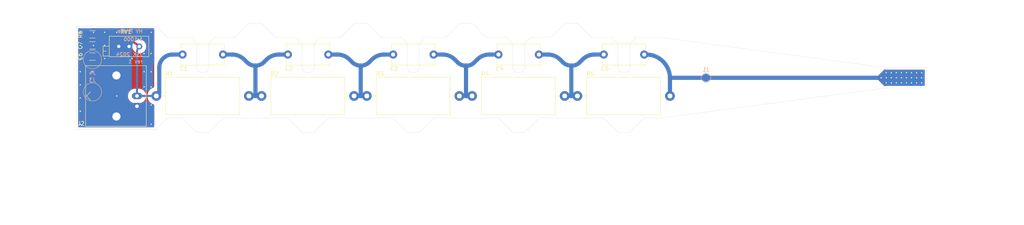
<source format=kicad_pcb>
(kicad_pcb (version 20240108) (generator "pcbnew") (generator_version "8.0")
  (title_block (title "HV probe PCB") (date "2024-11-20") (rev "2") (company "JSK"))
  (layers (0 "F.Cu" signal) (31 "B.Cu" signal) (34 "B.Paste" user) (35 "F.Paste" user) (36 "B.SilkS" user "B.Silkscreen") (37 "F.SilkS" user "F.Silkscreen") (38 "B.Mask" user) (39 "F.Mask" user) (44 "Edge.Cuts" user))
  (net 0 "")
  (net 1 "Net-(J2-In)")
  (net 2 "Net-(C1-Pad2)")
  (net 3 "Net-(C2-Pad2)")
  (net 4 "Net-(C3-Pad2)")
  (net 5 "Net-(C4-Pad2)")
  (net 6 "Net-(J1-Pin_1)")
  (net 7 "GND")
  (footprint "Resistor_THT:R_Axial_DIN0918_L18.0mm_D9.0mm_P22.86mm_Horizontal" (layer "F.Cu") (at 78.25 38)
    (property "Reference" "R2" (at 3.225 -5.5 0) (layer "F.SilkS"))
    (property "Value" "10M")
    (fp_line (start 1.44 0) (end 2.31 0) (stroke (width 0.12)) (layer "F.SilkS"))
    (fp_line (start 2.31 -4.62) (end 2.31 4.62) (stroke (width 0.12)) (layer "F.SilkS"))
    (fp_line (start 2.31 4.62) (end 20.55 4.62) (stroke (width 0.12)) (layer "F.SilkS"))
    (fp_line (start 20.55 -4.62) (end 2.31 -4.62) (stroke (width 0.12)) (layer "F.SilkS"))
    (fp_line (start 20.55 4.62) (end 20.55 -4.62) (stroke (width 0.12)) (layer "F.SilkS"))
    (fp_line (start 21.42 0) (end 20.55 0) (stroke (width 0.12)) (layer "F.SilkS"))
    (pad "1" thru_hole circle (at 0 0) (size 2.4 2.4) (drill 1.2) (layers "*.Cu" "*.Mask") (net 2 "Net-(C1-Pad2)"))
    (pad "2" thru_hole oval (at 22.86 0) (size 2.4 2.4) (drill 1.2) (layers "*.Cu" "*.Mask") (net 3 "Net-(C2-Pad2)"))
  )
  (footprint "Capacitor_THT:C_Disc_D10.5mm_W5.0mm_P10.00mm" (layer "F.Cu") (at 136.75 27.75)
    (property "Reference" "C4" (at 0.275 3.5 0) (layer "F.SilkS"))
    (property "Value" "22p")
    (fp_line (start -0.37 -2.62) (end -0.37 -1.256) (stroke (width 0.12)) (layer "F.SilkS"))
    (fp_line (start -0.37 -2.62) (end 10.37 -2.62) (stroke (width 0.12)) (layer "F.SilkS"))
    (fp_line (start -0.37 1.256) (end -0.37 2.62) (stroke (width 0.12)) (layer "F.SilkS"))
    (fp_line (start -0.37 2.62) (end 10.37 2.62) (stroke (width 0.12)) (layer "F.SilkS"))
    (fp_line (start 10.37 -2.62) (end 10.37 -1.256) (stroke (width 0.12)) (layer "F.SilkS"))
    (fp_line (start 10.37 1.256) (end 10.37 2.62) (stroke (width 0.12)) (layer "F.SilkS"))
    (pad "1" thru_hole circle (at 0 0) (size 2 2) (drill 1) (layers "*.Cu" "*.Mask") (net 4 "Net-(C3-Pad2)"))
    (pad "2" thru_hole circle (at 10 0) (size 2 2) (drill 1) (layers "*.Cu" "*.Mask") (net 5 "Net-(C4-Pad2)"))
  )
  (footprint "Resistor_THT:R_Axial_DIN0918_L18.0mm_D9.0mm_P22.86mm_Horizontal" (layer "F.Cu") (at 156.25 38)
    (property "Reference" "R5" (at 3.225 -5.5 0) (layer "F.SilkS"))
    (property "Value" "10M")
    (fp_line (start 1.44 0) (end 2.31 0) (stroke (width 0.12)) (layer "F.SilkS"))
    (fp_line (start 2.31 -4.62) (end 2.31 4.62) (stroke (width 0.12)) (layer "F.SilkS"))
    (fp_line (start 2.31 4.62) (end 20.55 4.62) (stroke (width 0.12)) (layer "F.SilkS"))
    (fp_line (start 20.55 -4.62) (end 2.31 -4.62) (stroke (width 0.12)) (layer "F.SilkS"))
    (fp_line (start 20.55 4.62) (end 20.55 -4.62) (stroke (width 0.12)) (layer "F.SilkS"))
    (fp_line (start 21.42 0) (end 20.55 0) (stroke (width 0.12)) (layer "F.SilkS"))
    (pad "1" thru_hole circle (at 0 0) (size 2.4 2.4) (drill 1.2) (layers "*.Cu" "*.Mask") (net 5 "Net-(C4-Pad2)"))
    (pad "2" thru_hole oval (at 22.86 0) (size 2.4 2.4) (drill 1.2) (layers "*.Cu" "*.Mask") (net 6 "Net-(J1-Pin_1)"))
  )
  (footprint "Capacitor_THT:C_Disc_D10.5mm_W5.0mm_P10.00mm" (layer "F.Cu") (at 110.75 27.75)
    (property "Reference" "C3" (at 0.25 3.5 0) (layer "F.SilkS"))
    (property "Value" "22p")
    (fp_line (start -0.37 -2.62) (end -0.37 -1.256) (stroke (width 0.12)) (layer "F.SilkS"))
    (fp_line (start -0.37 -2.62) (end 10.37 -2.62) (stroke (width 0.12)) (layer "F.SilkS"))
    (fp_line (start -0.37 1.256) (end -0.37 2.62) (stroke (width 0.12)) (layer "F.SilkS"))
    (fp_line (start -0.37 2.62) (end 10.37 2.62) (stroke (width 0.12)) (layer "F.SilkS"))
    (fp_line (start 10.37 -2.62) (end 10.37 -1.256) (stroke (width 0.12)) (layer "F.SilkS"))
    (fp_line (start 10.37 1.256) (end 10.37 2.62) (stroke (width 0.12)) (layer "F.SilkS"))
    (pad "1" thru_hole circle (at 0 0) (size 2 2) (drill 1) (layers "*.Cu" "*.Mask") (net 3 "Net-(C2-Pad2)"))
    (pad "2" thru_hole circle (at 10 0) (size 2 2) (drill 1) (layers "*.Cu" "*.Mask") (net 4 "Net-(C3-Pad2)"))
  )
  (footprint "Capacitor_SMD:C_1206_3216Metric_Pad1.33x1.80mm_HandSolder" (layer "F.Cu") (at 36.5 28.25 180)
    (property "Reference" "C6" (at 3 0 -90) (layer "F.SilkS"))
    (property "Value" "2n2")
    (fp_line (start -0.711252 0.91) (end 0.711252 0.91) (stroke (width 0.12)) (layer "F.SilkS"))
    (fp_line (start -0.711252 -0.91) (end 0.711252 -0.91) (stroke (width 0.12)) (layer "F.SilkS"))
    (pad "1" smd roundrect (at -1.5625 0 180) (size 1.325 1.8) (layers "F.Cu" "F.Paste" "F.Mask") (roundrect_rratio 0.188679) (net 7 "GND"))
    (pad "2" smd roundrect (at 1.5625 0 180) (size 1.325 1.8) (layers "F.Cu" "F.Paste" "F.Mask") (roundrect_rratio 0.188679) (net 1 "Net-(J2-In)"))
  )
  (footprint "Resistor_THT:R_Axial_DIN0918_L18.0mm_D9.0mm_P22.86mm_Horizontal" (layer "F.Cu") (at 52.275 38)
    (property "Reference" "R1" (at 3.225 -5.5 0) (layer "F.SilkS"))
    (property "Value" "10M")
    (fp_line (start 1.44 0) (end 2.31 0) (stroke (width 0.12)) (layer "F.SilkS"))
    (fp_line (start 2.31 -4.62) (end 2.31 4.62) (stroke (width 0.12)) (layer "F.SilkS"))
    (fp_line (start 2.31 4.62) (end 20.55 4.62) (stroke (width 0.12)) (layer "F.SilkS"))
    (fp_line (start 20.55 -4.62) (end 2.31 -4.62) (stroke (width 0.12)) (layer "F.SilkS"))
    (fp_line (start 20.55 4.62) (end 20.55 -4.62) (stroke (width 0.12)) (layer "F.SilkS"))
    (fp_line (start 21.42 0) (end 20.55 0) (stroke (width 0.12)) (layer "F.SilkS"))
    (pad "1" thru_hole circle (at 0 0) (size 2.4 2.4) (drill 1.2) (layers "*.Cu" "*.Mask") (net 1 "Net-(J2-In)"))
    (pad "2" thru_hole oval (at 22.86 0) (size 2.4 2.4) (drill 1.2) (layers "*.Cu" "*.Mask") (net 2 "Net-(C1-Pad2)"))
  )
  (footprint "Capacitor_SMD:C_1206_3216Metric_Pad1.33x1.80mm_HandSolder" (layer "F.Cu") (at 36.5 25.5 180)
    (property "Reference" "C7" (at 3 0 -90) (layer "F.SilkS"))
    (property "Value" "2n2")
    (fp_line (start -0.711252 0.91) (end 0.711252 0.91) (stroke (width 0.12)) (layer "F.SilkS"))
    (fp_line (start -0.711252 -0.91) (end 0.711252 -0.91) (stroke (width 0.12)) (layer "F.SilkS"))
    (pad "1" smd roundrect (at -1.5625 0 180) (size 1.325 1.8) (layers "F.Cu" "F.Paste" "F.Mask") (roundrect_rratio 0.188679) (net 7 "GND"))
    (pad "2" smd roundrect (at 1.5625 0 180) (size 1.325 1.8) (layers "F.Cu" "F.Paste" "F.Mask") (roundrect_rratio 0.188679) (net 1 "Net-(J2-In)"))
  )
  (footprint "Resistor_THT:R_Axial_DIN0918_L18.0mm_D9.0mm_P22.86mm_Horizontal" (layer "F.Cu") (at 104.25 38)
    (property "Reference" "R3" (at 3.225 -5.5 0) (layer "F.SilkS"))
    (property "Value" "10M")
    (fp_line (start 1.44 0) (end 2.31 0) (stroke (width 0.12)) (layer "F.SilkS"))
    (fp_line (start 2.31 -4.62) (end 2.31 4.62) (stroke (width 0.12)) (layer "F.SilkS"))
    (fp_line (start 2.31 4.62) (end 20.55 4.62) (stroke (width 0.12)) (layer "F.SilkS"))
    (fp_line (start 20.55 -4.62) (end 2.31 -4.62) (stroke (width 0.12)) (layer "F.SilkS"))
    (fp_line (start 20.55 4.62) (end 20.55 -4.62) (stroke (width 0.12)) (layer "F.SilkS"))
    (fp_line (start 21.42 0) (end 20.55 0) (stroke (width 0.12)) (layer "F.SilkS"))
    (pad "1" thru_hole circle (at 0 0) (size 2.4 2.4) (drill 1.2) (layers "*.Cu" "*.Mask") (net 3 "Net-(C2-Pad2)"))
    (pad "2" thru_hole oval (at 22.86 0) (size 2.4 2.4) (drill 1.2) (layers "*.Cu" "*.Mask") (net 4 "Net-(C3-Pad2)"))
  )
  (footprint "Capacitor_THT:C_Disc_D10.5mm_W5.0mm_P10.00mm" (layer "F.Cu") (at 84.75 27.75)
    (property "Reference" "C2" (at 0.275 3.5 0) (layer "F.SilkS"))
    (property "Value" "22p")
    (fp_line (start -0.37 -2.62) (end -0.37 -1.256) (stroke (width 0.12)) (layer "F.SilkS"))
    (fp_line (start -0.37 -2.62) (end 10.37 -2.62) (stroke (width 0.12)) (layer "F.SilkS"))
    (fp_line (start -0.37 1.256) (end -0.37 2.62) (stroke (width 0.12)) (layer "F.SilkS"))
    (fp_line (start -0.37 2.62) (end 10.37 2.62) (stroke (width 0.12)) (layer "F.SilkS"))
    (fp_line (start 10.37 -2.62) (end 10.37 -1.256) (stroke (width 0.12)) (layer "F.SilkS"))
    (fp_line (start 10.37 1.256) (end 10.37 2.62) (stroke (width 0.12)) (layer "F.SilkS"))
    (pad "1" thru_hole circle (at 0 0) (size 2 2) (drill 1) (layers "*.Cu" "*.Mask") (net 2 "Net-(C1-Pad2)"))
    (pad "2" thru_hole circle (at 10 0) (size 2 2) (drill 1) (layers "*.Cu" "*.Mask") (net 3 "Net-(C2-Pad2)"))
  )
  (footprint "Capacitor_THT:C_Disc_D10.5mm_W5.0mm_P10.00mm" (layer "F.Cu") (at 162.75 27.75)
    (property "Reference" "C5" (at 0.275 3.5 0) (layer "F.SilkS"))
    (property "Value" "22p")
    (fp_line (start -0.37 -2.62) (end -0.37 -1.256) (stroke (width 0.12)) (layer "F.SilkS"))
    (fp_line (start -0.37 -2.62) (end 10.37 -2.62) (stroke (width 0.12)) (layer "F.SilkS"))
    (fp_line (start -0.37 1.256) (end -0.37 2.62) (stroke (width 0.12)) (layer "F.SilkS"))
    (fp_line (start -0.37 2.62) (end 10.37 2.62) (stroke (width 0.12)) (layer "F.SilkS"))
    (fp_line (start 10.37 -2.62) (end 10.37 -1.256) (stroke (width 0.12)) (layer "F.SilkS"))
    (fp_line (start 10.37 1.256) (end 10.37 2.62) (stroke (width 0.12)) (layer "F.SilkS"))
    (pad "1" thru_hole circle (at 0 0) (size 2 2) (drill 1) (layers "*.Cu" "*.Mask") (net 5 "Net-(C4-Pad2)"))
    (pad "2" thru_hole circle (at 10 0) (size 2 2) (drill 1) (layers "*.Cu" "*.Mask") (net 6 "Net-(J1-Pin_1)"))
  )
  (footprint "Capacitor_THT:C_Disc_D10.5mm_W5.0mm_P10.00mm" (layer "F.Cu") (at 58.75 27.75)
    (property "Reference" "C1" (at 0.275 3.5 0) (layer "F.SilkS"))
    (property "Value" "22p")
    (fp_line (start -0.37 -2.62) (end -0.37 -1.256) (stroke (width 0.12)) (layer "F.SilkS"))
    (fp_line (start -0.37 -2.62) (end 10.37 -2.62) (stroke (width 0.12)) (layer "F.SilkS"))
    (fp_line (start -0.37 1.256) (end -0.37 2.62) (stroke (width 0.12)) (layer "F.SilkS"))
    (fp_line (start -0.37 2.62) (end 10.37 2.62) (stroke (width 0.12)) (layer "F.SilkS"))
    (fp_line (start 10.37 -2.62) (end 10.37 -1.256) (stroke (width 0.12)) (layer "F.SilkS"))
    (fp_line (start 10.37 1.256) (end 10.37 2.62) (stroke (width 0.12)) (layer "F.SilkS"))
    (pad "1" thru_hole circle (at 0 0) (size 2 2) (drill 1) (layers "*.Cu" "*.Mask") (net 1 "Net-(J2-In)"))
    (pad "2" thru_hole circle (at 10 0) (size 2 2) (drill 1) (layers "*.Cu" "*.Mask") (net 2 "Net-(C1-Pad2)"))
  )
  (footprint "Potentiometer_THT:Potentiometer_Bourns_3296X_Horizontal" (layer "F.Cu") (at 48.08 25.75)
    (property "Reference" "RV1" (at -3.3 -3.66 0) (layer "F.SilkS"))
    (property "Value" "1M")
    (fp_line (start -8.945 -0.065) (end -8.945 2.365) (stroke (width 0.12)) (layer "F.SilkS"))
    (fp_line (start -8.945 -0.065) (end -7.426 -0.065) (stroke (width 0.12)) (layer "F.SilkS"))
    (fp_line (start -8.945 1.15) (end -8.186 1.15) (stroke (width 0.12)) (layer "F.SilkS"))
    (fp_line (start -8.945 2.365) (end -7.426 2.365) (stroke (width 0.12)) (layer "F.SilkS"))
    (fp_line (start -7.426 -0.065) (end -7.426 2.365) (stroke (width 0.12)) (layer "F.SilkS"))
    (fp_line (start -7.425 -2.53) (end -7.425 2.54) (stroke (width 0.12)) (layer "F.SilkS"))
    (fp_line (start -7.425 -2.53) (end 2.345 -2.53) (stroke (width 0.12)) (layer "F.SilkS"))
    (fp_line (start -7.425 2.54) (end 2.345 2.54) (stroke (width 0.12)) (layer "F.SilkS"))
    (fp_line (start 2.345 -2.53) (end 2.345 2.54) (stroke (width 0.12)) (layer "F.SilkS"))
    (pad "1" thru_hole circle (at 0 0) (size 1.44 1.44) (drill 0.8) (layers "*.Cu" "*.Mask") (net 1 "Net-(J2-In)"))
    (pad "2" thru_hole circle (at -2.54 0) (size 1.44 1.44) (drill 0.8) (layers "*.Cu" "*.Mask") (net 7 "GND"))
    (pad "3" thru_hole circle (at -5.08 0) (size 1.44 1.44) (drill 0.8) (layers "*.Cu" "*.Mask") (net 7 "GND"))
  )
  (footprint "Resistor_SMD:R_1206_3216Metric_Pad1.30x1.75mm_HandSolder" (layer "F.Cu") (at 36.5 22.75 180)
    (property "Reference" "R6" (at 3 0 -90) (layer "F.SilkS"))
    (property "Value" "56k")
    (fp_line (start -0.727064 0.91) (end 0.727064 0.91) (stroke (width 0.12)) (layer "F.SilkS"))
    (fp_line (start -0.727064 -0.91) (end 0.727064 -0.91) (stroke (width 0.12)) (layer "F.SilkS"))
    (pad "1" smd roundrect (at -1.55 0 180) (size 1.3 1.75) (layers "F.Cu" "F.Paste" "F.Mask") (roundrect_rratio 0.192308) (net 7 "GND"))
    (pad "2" smd roundrect (at 1.55 0 180) (size 1.3 1.75) (layers "F.Cu" "F.Paste" "F.Mask") (roundrect_rratio 0.192308) (net 1 "Net-(J2-In)"))
  )
  (footprint "Resistor_THT:R_Axial_DIN0918_L18.0mm_D9.0mm_P22.86mm_Horizontal" (layer "F.Cu") (at 130.25 38)
    (property "Reference" "R4" (at 3.225 -5.5 0) (layer "F.SilkS"))
    (property "Value" "10M")
    (fp_line (start 1.44 0) (end 2.31 0) (stroke (width 0.12)) (layer "F.SilkS"))
    (fp_line (start 2.31 -4.62) (end 2.31 4.62) (stroke (width 0.12)) (layer "F.SilkS"))
    (fp_line (start 2.31 4.62) (end 20.55 4.62) (stroke (width 0.12)) (layer "F.SilkS"))
    (fp_line (start 20.55 -4.62) (end 2.31 -4.62) (stroke (width 0.12)) (layer "F.SilkS"))
    (fp_line (start 20.55 4.62) (end 20.55 -4.62) (stroke (width 0.12)) (layer "F.SilkS"))
    (fp_line (start 21.42 0) (end 20.55 0) (stroke (width 0.12)) (layer "F.SilkS"))
    (pad "1" thru_hole circle (at 0 0) (size 2.4 2.4) (drill 1.2) (layers "*.Cu" "*.Mask") (net 4 "Net-(C3-Pad2)"))
    (pad "2" thru_hole oval (at 22.86 0) (size 2.4 2.4) (drill 1.2) (layers "*.Cu" "*.Mask") (net 5 "Net-(C4-Pad2)"))
  )
  (footprint "Connector_Coaxial:BNC_Amphenol_B6252HB-NPP3G-50_Horizontal" (layer "F.Cu") (at 47.5 38 90)
    (property "Reference" "J2" (at -6.83 -13.83 180) (layer "F.SilkS"))
    (property "Value" "OUT")
    (fp_line (start 7.5 -12.7) (end 7.5 2.3) (stroke (width 0.12)) (layer "F.SilkS"))
    (fp_line (start -7.5 -12.7) (end 7.5 -12.7) (stroke (width 0.12)) (layer "F.SilkS"))
    (fp_line (start 0 -12.5) (end 1 -11.5) (stroke (width 0.12)) (layer "F.SilkS"))
    (fp_line (start 0 -12.5) (end -1 -11.5) (stroke (width 0.12)) (layer "F.SilkS"))
    (fp_line (start 7.5 2.3) (end -7.5 2.3) (stroke (width 0.12)) (layer "F.SilkS"))
    (fp_line (start -7.5 2.3) (end -7.5 -12.7) (stroke (width 0.12)) (layer "F.SilkS"))
    (pad "1" thru_hole oval (at 0 0 90) (size 1.6 2.5) (drill 0.89) (layers "*.Cu" "*.Mask") (net 1 "Net-(J2-In)"))
    (pad "2" thru_hole oval (at -5.08 -5.08 90) (size 3.5 7) (drill 2.01) (layers "*.Cu" "*.Mask") (net 7 "GND"))
    (pad "2" thru_hole oval (at -2.54 0 90) (size 1.6 2.5) (drill 0.89) (layers "*.Cu" "*.Mask") (net 7 "GND"))
    (pad "2" thru_hole oval (at 5.08 -5.08 90) (size 3.5 7) (drill 2.01) (layers "*.Cu" "*.Mask") (net 7 "GND"))
  )
  (footprint "TestPoint:TestPoint_Pad_D2.0mm" (layer "B.Cu") (at 188 33.5 180)
    (property "Reference" "J1" (at 0 1.998 0) (layer "B.SilkS") (effects (justify mirror)))
    (property "Value" "IN")
    (fp_circle (center 0 0) (end 0 -1.2) (stroke (width 0.12)) (fill none) (layer "B.SilkS"))
    (pad "1" smd circle (at 0 0 180) (size 2 2) (layers "B.Cu" "B.Mask") (net 6 "Net-(J1-Pin_1)"))
  )
  (footprint "TestPoint:TestPoint_Pad_D4.0mm" (layer "B.Cu") (at 36.5 37 180)
    (property "Reference" "J3" (at 0 2.898 0) (layer "B.SilkS") (effects (justify mirror)))
    (property "Value" "GND")
    (fp_circle (center 0 0) (end 0 -2.25) (stroke (width 0.12)) (fill none) (layer "B.SilkS"))
    (pad "1" smd circle (at 0 0 180) (size 4 4) (layers "B.Cu" "B.Mask") (net 7 "GND"))
  )
  (footprint "TestPoint:TestPoint_Pad_D4.0mm" (layer "B.Cu") (at 36.5 29 180)
    (property "Reference" "J4" (at 0 -3.25 0) (layer "B.SilkS") (effects (justify mirror)))
    (property "Value" "GND")
    (fp_circle (center 0 0) (end 0 -2.25) (stroke (width 0.12)) (fill none) (layer "B.SilkS"))
    (pad "1" smd circle (at 0 0 180) (size 4 4) (layers "B.Cu" "B.Mask") (net 7 "GND"))
  )
  (gr_line (start 91.25 30.75) (end 91.25 25) (stroke (width 0.05)) (layer "Edge.Cuts"))
  (gr_line (start 94.75 43.5) (end 110.75 43.5) (stroke (width 0.05)) (layer "Edge.Cuts"))
  (gr_line (start 62.25 47) (end 65.25 47) (stroke (width 0.05)) (layer "Edge.Cuts"))
  (gr_line (start 146.75 43.5) (end 162.75 43.5) (stroke (width 0.05)) (layer "Edge.Cuts"))
  (gr_line (start 127.25 20) (end 130.25 20) (stroke (width 0.05)) (layer "Edge.Cuts"))
  (gr_line (start 133.75 23.5) (end 138.75 23.5) (stroke (width 0.05)) (layer "Edge.Cuts"))
  (gr_line (start 62.25 25) (end 62.25 30.75) (stroke (width 0.05)) (layer "Edge.Cuts"))
  (gr_line (start 176.75 23.5) (end 232.5 31) (stroke (width 0.05)) (layer "Edge.Cuts"))
  (gr_line (start 153.25 20) (end 156.25 20) (stroke (width 0.05)) (layer "Edge.Cuts"))
  (gr_line (start 166.25 25) (end 166.25 30.75) (stroke (width 0.05)) (layer "Edge.Cuts"))
  (gr_line (start 169.25 25) (end 170.75 23.5) (stroke (width 0.05)) (layer "Edge.Cuts"))
  (gr_line (start 232.5 31) (end 242.5 31) (stroke (width 0.05)) (layer "Edge.Cuts"))
  (gr_line (start 242.5 33.5) (end 242.5 31) (stroke (width 0.05)) (layer "Edge.Cuts"))
  (gr_line (start 68.75 43.5) (end 84.75 43.5) (stroke (width 0.05)) (layer "Edge.Cuts"))
  (gr_line (start 153.25 20) (end 149.75 23.5) (stroke (width 0.05)) (layer "Edge.Cuts"))
  (gr_line (start 140.25 25) (end 138.75 23.5) (stroke (width 0.05)) (layer "Edge.Cuts"))
  (gr_line (start 144.75 23.5) (end 149.75 23.5) (stroke (width 0.05)) (layer "Edge.Cuts"))
  (gr_line (start 52.25 20.75) (end 55 23.5) (stroke (width 0.05)) (layer "Edge.Cuts"))
  (gr_line (start 65.25 47) (end 68.75 43.5) (stroke (width 0.05)) (layer "Edge.Cuts"))
  (gr_line (start 176.75 23.5) (end 170.75 23.5) (stroke (width 0.05)) (layer "Edge.Cuts"))
  (gr_line (start 101.25 20) (end 97.75 23.5) (stroke (width 0.05)) (layer "Edge.Cuts"))
  (gr_line (start 127.25 20) (end 123.75 23.5) (stroke (width 0.05)) (layer "Edge.Cuts"))
  (gr_line (start 97.75 23.5) (end 92.75 23.5) (stroke (width 0.05)) (layer "Edge.Cuts"))
  (gr_line (start 176.75 43.5) (end 232.5 36) (stroke (width 0.05)) (layer "Edge.Cuts"))
  (gr_line (start 88.25 25) (end 86.75 23.5) (stroke (width 0.05)) (layer "Edge.Cuts"))
  (gr_line (start 130.25 20) (end 133.75 23.5) (stroke (width 0.05)) (layer "Edge.Cuts"))
  (gr_line (start 65.25 25) (end 66.75 23.5) (stroke (width 0.05)) (layer "Edge.Cuts"))
  (gr_line (start 159.75 23.5) (end 164.75 23.5) (stroke (width 0.05)) (layer "Edge.Cuts"))
  (gr_line (start 71.75 23.5) (end 66.75 23.5) (stroke (width 0.05)) (layer "Edge.Cuts"))
  (gr_line (start 75.25 20) (end 78.25 20) (stroke (width 0.05)) (layer "Edge.Cuts"))
  (gr_arc (start 143.25 30.75) (mid 141.75 32.25) (end 140.25 30.75) (stroke (width 0.05)) (layer "Edge.Cuts"))
  (gr_line (start 104.25 20) (end 107.75 23.5) (stroke (width 0.05)) (layer "Edge.Cuts"))
  (gr_line (start 88.25 47) (end 91.25 47) (stroke (width 0.05)) (layer "Edge.Cuts"))
  (gr_line (start 114.25 25) (end 114.25 30.75) (stroke (width 0.05)) (layer "Edge.Cuts"))
  (gr_line (start 75.25 20) (end 71.75 23.5) (stroke (width 0.05)) (layer "Edge.Cuts"))
  (gr_line (start 55 23.5) (end 60.75 23.5) (stroke (width 0.05)) (layer "Edge.Cuts"))
  (gr_arc (start 91.25 30.75) (mid 89.75 32.25) (end 88.25 30.75) (stroke (width 0.05)) (layer "Edge.Cuts"))
  (gr_line (start 143.25 30.75) (end 143.25 25) (stroke (width 0.05)) (layer "Edge.Cuts"))
  (gr_line (start 91.25 47) (end 94.75 43.5) (stroke (width 0.05)) (layer "Edge.Cuts"))
  (gr_line (start 118.75 23.5) (end 123.75 23.5) (stroke (width 0.05)) (layer "Edge.Cuts"))
  (gr_line (start 136.75 43.5) (end 140.25 47) (stroke (width 0.05)) (layer "Edge.Cuts"))
  (gr_line (start 32.5 20.75) (end 32.5 46.25) (stroke (width 0.05)) (layer "Edge.Cuts"))
  (gr_line (start 140.25 25) (end 140.25 30.75) (stroke (width 0.05)) (layer "Edge.Cuts"))
  (gr_line (start 242.5 36) (end 232.5 36) (stroke (width 0.05)) (layer "Edge.Cuts"))
  (gr_arc (start 169.25 30.75) (mid 167.75 32.25) (end 166.25 30.75) (stroke (width 0.05)) (layer "Edge.Cuts"))
  (gr_line (start 169.25 30.75) (end 169.25 25) (stroke (width 0.05)) (layer "Edge.Cuts"))
  (gr_line (start 88.25 25) (end 88.25 30.75) (stroke (width 0.05)) (layer "Edge.Cuts"))
  (gr_arc (start 117.25 30.75) (mid 115.75 32.25) (end 114.25 30.75) (stroke (width 0.05)) (layer "Edge.Cuts"))
  (gr_line (start 172.75 43.5) (end 176.75 43.5) (stroke (width 0.05)) (layer "Edge.Cuts"))
  (gr_line (start 62.25 25) (end 60.75 23.5) (stroke (width 0.05)) (layer "Edge.Cuts"))
  (gr_line (start 32.5 46.25) (end 52.25 46.25) (stroke (width 0.05)) (layer "Edge.Cuts"))
  (gr_line (start 117.25 30.75) (end 117.25 25) (stroke (width 0.05)) (layer "Edge.Cuts"))
  (gr_line (start 91.25 25) (end 92.75 23.5) (stroke (width 0.05)) (layer "Edge.Cuts"))
  (gr_line (start 101.25 20) (end 104.25 20) (stroke (width 0.05)) (layer "Edge.Cuts"))
  (gr_line (start 32.5 20.75) (end 52.25 20.75) (stroke (width 0.05)) (layer "Edge.Cuts"))
  (gr_line (start 114.25 25) (end 112.75 23.5) (stroke (width 0.05)) (layer "Edge.Cuts"))
  (gr_line (start 156.25 20) (end 159.75 23.5) (stroke (width 0.05)) (layer "Edge.Cuts"))
  (gr_arc (start 65.25 30.75) (mid 63.75 32.25) (end 62.25 30.75) (stroke (width 0.05)) (layer "Edge.Cuts"))
  (gr_line (start 65.25 30.75) (end 65.25 25) (stroke (width 0.05)) (layer "Edge.Cuts"))
  (gr_line (start 112.75 23.5) (end 107.75 23.5) (stroke (width 0.05)) (layer "Edge.Cuts"))
  (gr_line (start 84.75 43.5) (end 88.25 47) (stroke (width 0.05)) (layer "Edge.Cuts"))
  (gr_line (start 162.75 43.5) (end 166.25 47) (stroke (width 0.05)) (layer "Edge.Cuts"))
  (gr_line (start 58.75 43.5) (end 62.25 47) (stroke (width 0.05)) (layer "Edge.Cuts"))
  (gr_line (start 78.25 20) (end 81.75 23.5) (stroke (width 0.05)) (layer "Edge.Cuts"))
  (gr_line (start 114.25 47) (end 117.25 47) (stroke (width 0.05)) (layer "Edge.Cuts"))
  (gr_line (start 140.25 47) (end 143.25 47) (stroke (width 0.05)) (layer "Edge.Cuts"))
  (gr_line (start 120.75 43.5) (end 136.75 43.5) (stroke (width 0.05)) (layer "Edge.Cuts"))
  (gr_line (start 166.25 25) (end 164.75 23.5) (stroke (width 0.05)) (layer "Edge.Cuts"))
  (gr_line (start 242.5 33.5) (end 242.5 36) (stroke (width 0.05)) (layer "Edge.Cuts"))
  (gr_line (start 110.75 43.5) (end 114.25 47) (stroke (width 0.05)) (layer "Edge.Cuts"))
  (gr_line (start 166.25 47) (end 169.25 47) (stroke (width 0.05)) (layer "Edge.Cuts"))
  (gr_line (start 52.25 46.25) (end 55 43.5) (stroke (width 0.05)) (layer "Edge.Cuts"))
  (gr_line (start 143.25 25) (end 144.75 23.5) (stroke (width 0.05)) (layer "Edge.Cuts"))
  (gr_line (start 81.75 23.5) (end 86.75 23.5) (stroke (width 0.05)) (layer "Edge.Cuts"))
  (gr_line (start 169.25 47) (end 172.75 43.5) (stroke (width 0.05)) (layer "Edge.Cuts"))
  (gr_line (start 143.25 47) (end 146.75 43.5) (stroke (width 0.05)) (layer "Edge.Cuts"))
  (gr_line (start 55 43.5) (end 58.75 43.5) (stroke (width 0.05)) (layer "Edge.Cuts"))
  (gr_line (start 117.25 25) (end 118.75 23.5) (stroke (width 0.05)) (layer "Edge.Cuts"))
  (gr_line (start 117.25 47) (end 120.75 43.5) (stroke (width 0.05)) (layer "Edge.Cuts"))
  (gr_text "HV Probe" (at 49 22.5 0) (layer "B.SilkS") (effects (font (size 0.9 0.9) (thickness 0.15) (bold yes)) (justify left bottom mirror)))
  (gr_text "rev 1" (at 49 30 0) (layer "B.SilkS") (effects (font (size 0.9 0.9) (thickness 0.15) (bold yes)) (justify left bottom mirror)))
  (gr_text "JSK 2024" (at 49 28.25 0) (layer "B.SilkS") (effects (font (size 0.9 0.9) (thickness 0.15) (bold yes)) (justify left bottom mirror)))
  (gr_text "1:1000" (at 49 24.5 0) (layer "B.SilkS") (effects (font (size 0.9 0.9)) (justify left bottom mirror)))
  (segment (start 34.95 22.75) (end 34.95 24) (width 1.024) (layer "F.Cu") (net 1))
  (segment (start 45.852419 24.395223) (end 45.390142 24.271358) (width 0.512) (layer "F.Cu") (net 1))
  (segment (start 44.442066 24.146545) (end 44.202774 24.144) (width 0.512) (layer "F.Cu") (net 1))
  (segment (start 48.08 25.75) (end 47.909002 25.582588) (width 0.512) (layer "F.Cu") (net 1))
  (segment (start 47.150352 25.000456) (end 46.735886 24.761165) (width 0.512) (layer "F.Cu") (net 1))
  (segment (start 47.909002 25.582588) (end 47.542386 25.27496) (width 0.512) (layer "F.Cu") (net 1))
  (segment (start 44.918829 24.188255) (end 44.442066 24.146545) (width 0.512) (layer "F.Cu") (net 1))
  (segment (start 44.202774 24.144) (end 35.297646 24.144) (width 0.512) (layer "F.Cu") (net 1))
  (segment (start 45.390142 24.271358) (end 44.918829 24.188255) (width 0.512) (layer "F.Cu") (net 1))
  (segment (start 46.302141 24.558908) (end 45.852419 24.395223) (width 0.512) (layer "F.Cu") (net 1))
  (segment (start 34.95 24) (end 34.95 28.219823) (width 1.024) (layer "F.Cu") (net 1))
  (segment (start 46.735886 24.761165) (end 46.302141 24.558908) (width 0.512) (layer "F.Cu") (net 1))
  (segment (start 47.542386 25.27496) (end 47.150352 25.000456) (width 0.512) (layer "F.Cu") (net 1))
  (arc (start 34.95 28.219823) (mid 34.946751 28.236155) (end 34.9375 28.25) (width 1.024) (layer "F.Cu") (net 1))
  (arc (start 35.297646 24.144) (mid 35.109501 24.106576) (end 34.95 24) (width 0.512) (layer "F.Cu") (net 1))
  (segment (start 52.275 38) (end 47.5 38) (width 0.512) (layer "B.Cu") (net 1))
  (segment (start 53 31) (end 53 37.275) (width 1.024) (layer "B.Cu") (net 1))
  (segment (start 47.5 38) (end 47.5 27.150243) (width 0.512) (layer "B.Cu") (net 1))
  (segment (start 58.75 27.75) (end 56.25 27.75) (width 1.024) (layer "B.Cu") (net 1))
  (arc (start 47.5 27.150243) (mid 47.650737 26.392437) (end 48.08 25.75) (width 0.512) (layer "B.Cu") (net 1))
  (arc (start 56.25 27.75) (mid 53.951903 28.701903) (end 53 31) (width 1.024) (layer "B.Cu") (net 1))
  (arc (start 53 37.275) (mid 52.787652 37.787652) (end 52.275 38) (width 1.024) (layer "B.Cu") (net 1))
  (segment (start 76.75 38) (end 78.25 38) (width 1.024) (layer "B.Cu") (net 2))
  (segment (start 70.982234 27.75) (end 68.75 27.75) (width 1.024) (layer "B.Cu") (net 2))
  (segment (start 76.75 30.5) (end 76.67088 30.497419) (width 1.024) (layer "B.Cu") (net 2))
  (segment (start 78.883884 29.616117) (end 79.5 29) (width 1.024) (layer "B.Cu") (net 2))
  (segment (start 75.135 38) (end 76.75 38) (width 1.024) (layer "B.Cu") (net 2))
  (segment (start 76.75 38) (end 76.75 30.5) (width 1.024) (layer "B.Cu") (net 2))
  (segment (start 74.667657 29.667657) (end 74 29) (width 1.024) (layer "B.Cu") (net 2))
  (segment (start 82.517766 27.75) (end 84.75 27.75) (width 1.024) (layer "B.Cu") (net 2))
  (arc (start 79.5 29) (mid 80.884562 28.074865) (end 82.517766 27.75) (width 1.024) (layer "B.Cu") (net 2))
  (arc (start 76.75 30.5) (mid 77.904849 30.270286) (end 78.883884 29.616117) (width 1.024) (layer "B.Cu") (net 2))
  (arc (start 74 29) (mid 72.615437 28.074864) (end 70.982234 27.75) (width 1.024) (layer "B.Cu") (net 2))
  (arc (start 76.67088 30.497419) (mid 75.586744 30.281771) (end 74.667657 29.667657) (width 1.024) (layer "B.Cu") (net 2))
  (segment (start 102.75 38) (end 102.75 30.5) (width 1.024) (layer "B.Cu") (net 3))
  (segment (start 96.982234 27.75) (end 94.75 27.75) (width 1.024) (layer "B.Cu") (net 3))
  (segment (start 104.883884 29.616117) (end 105.5 29) (width 1.024) (layer "B.Cu") (net 3))
  (segment (start 108.517766 27.75) (end 110.75 27.75) (width 1.024) (layer "B.Cu") (net 3))
  (segment (start 102.75 38) (end 104.25 38) (width 1.024) (layer "B.Cu") (net 3))
  (segment (start 100.616116 29.616117) (end 100 29) (width 1.024) (layer "B.Cu") (net 3))
  (segment (start 101.11 38) (end 102.75 38) (width 1.024) (layer "B.Cu") (net 3))
  (arc (start 100 29) (mid 98.615437 28.074864) (end 96.982234 27.75) (width 1.024) (layer "B.Cu") (net 3))
  (arc (start 105.5 29) (mid 106.884562 28.074865) (end 108.517766 27.75) (width 1.024) (layer "B.Cu") (net 3))
  (arc (start 102.75 30.5) (mid 101.595151 30.270286) (end 100.616116 29.616117) (width 1.024) (layer "B.Cu") (net 3))
  (arc (start 102.75 30.5) (mid 103.904849 30.270286) (end 104.883884 29.616117) (width 1.024) (layer "B.Cu") (net 3))
  (segment (start 130.707107 29.792893) (end 131.5 29) (width 1.024) (layer "B.Cu") (net 4))
  (segment (start 128.75 38) (end 128.75 30.5) (width 1.024) (layer "B.Cu") (net 4))
  (segment (start 122.982234 27.75) (end 120.75 27.75) (width 1.024) (layer "B.Cu") (net 4))
  (segment (start 134.517766 27.75) (end 136.75 27.75) (width 1.024) (layer "B.Cu") (net 4))
  (segment (start 127.11 38) (end 128.75 38) (width 1.024) (layer "B.Cu") (net 4))
  (segment (start 126.71967 29.71967) (end 126 29) (width 1.024) (layer "B.Cu") (net 4))
  (segment (start 128.75 38) (end 130.25 38) (width 1.024) (layer "B.Cu") (net 4))
  (segment (start 128.75 30.5) (end 129 30.5) (width 1.024) (layer "B.Cu") (net 4))
  (segment (start 128.75 30.5) (end 128.603553 30.5) (width 1.024) (layer "B.Cu") (net 4))
  (arc (start 128.603553 30.5) (mid 127.584003 30.297199) (end 126.71967 29.71967) (width 1.024) (layer "B.Cu") (net 4))
  (arc (start 126 29) (mid 124.615437 28.074864) (end 122.982234 27.75) (width 1.024) (layer "B.Cu") (net 4))
  (arc (start 129 30.5) (mid 129.92388 30.316229) (end 130.707107 29.792893) (width 1.024) (layer "B.Cu") (net 4))
  (arc (start 131.5 29) (mid 132.884562 28.074865) (end 134.517766 27.75) (width 1.024) (layer "B.Cu") (net 4))
  (segment (start 154.75 38) (end 154.75 30.5) (width 1.024) (layer "B.Cu") (net 5))
  (segment (start 160.517766 27.75) (end 162.75 27.75) (width 1.024) (layer "B.Cu") (net 5))
  (segment (start 152.616116 29.616117) (end 152 29) (width 1.024) (layer "B.Cu") (net 5))
  (segment (start 156.78033 29.71967) (end 157.5 29) (width 1.024) (layer "B.Cu") (net 5))
  (segment (start 156.25 38) (end 154.75 38) (width 1.024) (layer "B.Cu") (net 5))
  (segment (start 154.75 38) (end 153.11 38) (width 1.024) (layer "B.Cu") (net 5))
  (segment (start 148.982234 27.75) (end 146.75 27.75) (width 1.024) (layer "B.Cu") (net 5))
  (segment (start 154.75 30.5) (end 154.896447 30.5) (width 1.024) (layer "B.Cu") (net 5))
  (arc (start 154.896447 30.5) (mid 155.915997 30.297199) (end 156.78033 29.71967) (width 1.024) (layer "B.Cu") (net 5))
  (arc (start 154.75 30.5) (mid 153.595151 30.270286) (end 152.616116 29.616117) (width 1.024) (layer "B.Cu") (net 5))
  (arc (start 152 29) (mid 150.615437 28.074864) (end 148.982234 27.75) (width 1.024) (layer "B.Cu") (net 5))
  (arc (start 157.5 29) (mid 158.884562 28.074865) (end 160.517766 27.75) (width 1.024) (layer "B.Cu") (net 5))
  (via (at 240 32.25) (size 0.6) (drill 0.3) (layers "F.Cu" "B.Cu") (net 6))
  (via (at 236.25 34.75) (size 0.6) (drill 0.3) (layers "F.Cu" "B.Cu") (net 6))
  (via (at 241.25 34.75) (size 0.6) (drill 0.3) (layers "F.Cu" "B.Cu") (net 6))
  (via (at 235 34.75) (size 0.6) (drill 0.3) (layers "F.Cu" "B.Cu") (net 6))
  (via (at 236.25 33.5) (size 0.6) (drill 0.3) (layers "F.Cu" "B.Cu") (net 6))
  (via (at 237.5 33.5) (size 0.6) (drill 0.3) (layers "F.Cu" "B.Cu") (net 6))
  (via (at 232.5 33.5) (size 0.6) (drill 0.3) (layers "F.Cu" "B.Cu") (net 6))
  (via (at 233.75 32.25) (size 0.6) (drill 0.3) (layers "F.Cu" "B.Cu") (net 6))
  (via (at 238.75 34.75) (size 0.6) (drill 0.3) (layers "F.Cu" "B.Cu") (net 6))
  (via (at 241.25 32.25) (size 0.6) (drill 0.3) (layers "F.Cu" "B.Cu") (net 6))
  (via (at 232.5 32.25) (size 0.6) (drill 0.3) (layers "F.Cu" "B.Cu") (net 6))
  (via (at 238.75 33.5) (size 0.6) (drill 0.3) (layers "F.Cu" "B.Cu") (net 6))
  (via (at 241.25 33.5) (size 0.6) (drill 0.3) (layers "F.Cu" "B.Cu") (net 6))
  (via (at 235 33.5) (size 0.6) (drill 0.3) (layers "F.Cu" "B.Cu") (net 6))
  (via (at 240 34.75) (size 0.6) (drill 0.3) (layers "F.Cu" "B.Cu") (net 6))
  (via (at 237.5 34.75) (size 0.6) (drill 0.3) (layers "F.Cu" "B.Cu") (net 6))
  (via (at 233.75 33.5) (size 0.6) (drill 0.3) (layers "F.Cu" "B.Cu") (net 6))
  (via (at 231.25 33.5) (size 0.6) (drill 0.3) (layers "F.Cu" "B.Cu") (net 6))
  (via (at 237.5 32.25) (size 0.6) (drill 0.3) (layers "F.Cu" "B.Cu") (net 6))
  (via (at 232.5 34.75) (size 0.6) (drill 0.3) (layers "F.Cu" "B.Cu") (net 6))
  (via (at 235 32.25) (size 0.6) (drill 0.3) (layers "F.Cu" "B.Cu") (net 6))
  (via (at 236.25 32.25) (size 0.6) (drill 0.3) (layers "F.Cu" "B.Cu") (net 6))
  (via (at 233.75 34.75) (size 0.6) (drill 0.3) (layers "F.Cu" "B.Cu") (net 6))
  (via (at 238.75 32.25) (size 0.6) (drill 0.3) (layers "F.Cu" "B.Cu") (net 6))
  (via (at 240 33.5) (size 0.6) (drill 0.3) (layers "F.Cu" "B.Cu") (net 6))
  (segment (start 187.78 33.5) (end 187.89 33.61) (width 1.024) (layer "B.Cu") (net 6))
  (segment (start 188 33.5) (end 231.25 33.5) (width 1.024) (layer "B.Cu") (net 6))
  (segment (start 173.25 27.75) (end 172.75 27.75) (width 1.024) (layer "B.Cu") (net 6))
  (segment (start 179.22 33.5) (end 187.78 33.5) (width 1.024) (layer "B.Cu") (net 6))
  (segment (start 179.11 33.61) (end 179.22 33.5) (width 1.024) (layer "B.Cu") (net 6))
  (segment (start 179.11 38) (end 179.11 33.61) (width 1.024) (layer "B.Cu") (net 6))
  (arc (start 179.11 33.61) (mid 177.393646 29.466354) (end 173.25 27.75) (width 1.024) (layer "B.Cu") (net 6))
  (arc (start 187.89 33.61) (mid 187.967782 33.577782) (end 188 33.5) (width 1.024) (layer "B.Cu") (net 6))
  (via (at 33.5 38.5) (size 0.6) (drill 0.3) (layers "F.Cu" "B.Cu") (net 7))
  (via (at 46.25 28.75) (size 0.6) (drill 0.3) (layers "F.Cu" "B.Cu") (net 7))
  (via (at 51 45) (size 0.6) (drill 0.3) (layers "F.Cu" "B.Cu") (net 7))
  (via (at 51 32) (size 0.6) (drill 0.3) (layers "F.Cu" "B.Cu") (net 7))
  (via (at 51 35.75) (size 0.6) (drill 0.3) (layers "F.Cu" "B.Cu") (net 7))
  (via (at 39.5 22.25) (size 0.6) (drill 0.3) (layers "F.Cu" "B.Cu") (net 7))
  (via (at 36.75 22.25) (size 0.6) (drill 0.3) (layers "F.Cu" "B.Cu") (net 7))
  (via (at 33.5 45) (size 0.6) (drill 0.3) (layers "F.Cu" "B.Cu") (net 7))
  (via (at 33.5 28.75) (size 0.6) (drill 0.3) (layers "F.Cu" "B.Cu") (net 7))
  (via (at 51 22.25) (size 0.6) (drill 0.3) (layers "F.Cu" "B.Cu") (net 7))
  (via (at 33.5 32) (size 0.6) (drill 0.3) (layers "F.Cu" "B.Cu") (net 7))
  (via (at 36.5 32) (size 0.6) (drill 0.3) (layers "F.Cu" "B.Cu") (net 7))
  (via (at 51 40.25) (size 0.6) (drill 0.3) (layers "F.Cu" "B.Cu") (net 7))
  (via (at 33.5 41.75) (size 0.6) (drill 0.3) (layers "F.Cu" "B.Cu") (net 7))
  (via (at 51 27.5) (size 0.6) (drill 0.3) (layers "F.Cu" "B.Cu") (net 7))
  (via (at 39.5 28.75) (size 0.6) (drill 0.3) (layers "F.Cu" "B.Cu") (net 7))
  (via (at 36.75 25.5) (size 0.6) (drill 0.3) (layers "F.Cu" "B.Cu") (net 7))
  (via (at 33.5 25.5) (size 0.6) (drill 0.3) (layers "F.Cu" "B.Cu") (net 7))
  (via (at 49.25 32) (size 0.6) (drill 0.3) (layers "F.Cu" "B.Cu") (net 7))
  (via (at 33.5 35.25) (size 0.6) (drill 0.3) (layers "F.Cu" "B.Cu") (net 7))
  (via (at 42.5 22.25) (size 0.6) (drill 0.3) (layers "F.Cu" "B.Cu") (net 7))
  (via (at 39.5 25.5) (size 0.6) (drill 0.3) (layers "F.Cu" "B.Cu") (net 7))
  (via (at 49.25 35.75) (size 0.6) (drill 0.3) (layers "F.Cu" "B.Cu") (net 7))
  (via (at 42.5 38) (size 0.6) (drill 0.3) (layers "F.Cu" "B.Cu") (net 7))
  (via (at 33.5 22.25) (size 0.6) (drill 0.3) (layers "F.Cu" "B.Cu") (net 7))
  (via (at 49.25 27.5) (size 0.6) (drill 0.3) (layers "F.Cu" "B.Cu") (net 7))
  (zone (net 7) (net_name "GND") (layers "F&B.Cu") (name "gnd_lv") (connect_pads yes (clearance 1)) (min_thickness 0.25) (fill yes (thermal_gap 0.5) (thermal_bridge_width 0.5) (smoothing fillet) (radius 1))
    (polygon (pts (xy 51.75 19.75) (xy 51.75 47.25) (xy 31.5 47.25) (xy 31.5 19.75)))
  )
  (zone (net 6) (net_name "Net-(J1-Pin_1)") (layers "F&B.Cu") (name "gnd_lv") (priority 1) (connect_pads yes (clearance 0.5)) (min_thickness 0.25) (fill yes (thermal_gap 0.5) (thermal_bridge_width 0.5))
    (polygon (pts (xy 243 30.5) (xy 233 30.5) (xy 230.5 33) (xy 230.5 34) (xy 233 36.5) (xy 243 36.5)))
  )
)
</source>
